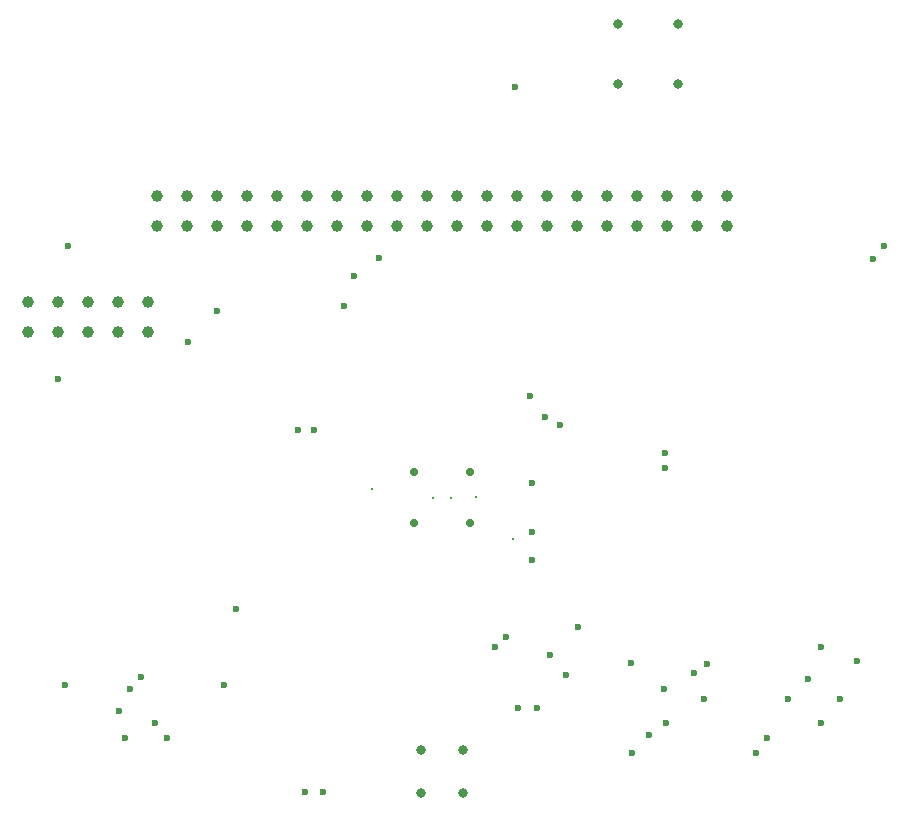
<source format=gbr>
%TF.GenerationSoftware,KiCad,Pcbnew,9.0.2*%
%TF.CreationDate,2025-09-25T15:39:40-05:00*%
%TF.ProjectId,dreamV1_0,64726561-6d56-4315-9f30-2e6b69636164,1*%
%TF.SameCoordinates,Original*%
%TF.FileFunction,Plated,1,2,PTH,Drill*%
%TF.FilePolarity,Positive*%
%FSLAX46Y46*%
G04 Gerber Fmt 4.6, Leading zero omitted, Abs format (unit mm)*
G04 Created by KiCad (PCBNEW 9.0.2) date 2025-09-25 15:39:40*
%MOMM*%
%LPD*%
G01*
G04 APERTURE LIST*
%TA.AperFunction,ViaDrill*%
%ADD10C,0.300000*%
%TD*%
%TA.AperFunction,ViaDrill*%
%ADD11C,0.600000*%
%TD*%
%TA.AperFunction,ComponentDrill*%
%ADD12C,0.700000*%
%TD*%
%TA.AperFunction,ComponentDrill*%
%ADD13C,0.800000*%
%TD*%
%TA.AperFunction,ComponentDrill*%
%ADD14C,1.000000*%
%TD*%
G04 APERTURE END LIST*
D10*
X84048800Y-99288800D03*
X89281200Y-100000000D03*
X90754400Y-100000000D03*
X92886976Y-99995002D03*
X96037600Y-103505200D03*
D11*
X57460000Y-89962000D03*
X58090000Y-115875000D03*
X58344000Y-78664000D03*
X62662000Y-118046000D03*
X63170000Y-120320000D03*
X63586008Y-116250000D03*
X64541600Y-115189200D03*
X65710000Y-119050000D03*
X66726000Y-120320000D03*
X68504000Y-86792000D03*
X70980000Y-84188000D03*
X71552000Y-115875000D03*
X72568000Y-109398000D03*
X77851200Y-94285000D03*
X78425000Y-124892000D03*
X79172000Y-94285000D03*
X79934000Y-124892000D03*
X81712000Y-83744000D03*
X82524800Y-81254800D03*
X84709200Y-79680000D03*
X94500000Y-112686400D03*
X95428000Y-111799000D03*
X96190000Y-65202000D03*
X96444000Y-117780000D03*
X97460000Y-91364000D03*
X97612400Y-98780800D03*
X97612400Y-105283200D03*
X97663200Y-102946400D03*
X98018800Y-117780000D03*
X98730000Y-93154000D03*
X99111000Y-113300000D03*
X99977669Y-93881669D03*
X100508000Y-114986000D03*
X101524000Y-110922000D03*
X105994400Y-114000000D03*
X106096000Y-121590000D03*
X107518400Y-120066000D03*
X108842499Y-116173110D03*
X108890000Y-96190000D03*
X108890000Y-97460000D03*
X109000000Y-119050000D03*
X111368027Y-114850000D03*
X112204000Y-117030000D03*
X112446000Y-114071600D03*
X116560800Y-121590000D03*
X117526000Y-120320000D03*
X119304000Y-117030000D03*
X120980400Y-115341600D03*
X122100000Y-119050000D03*
X122113981Y-112688000D03*
X123726669Y-117030000D03*
X125146000Y-113850000D03*
X126466800Y-79832400D03*
X127432000Y-78664000D03*
D12*
%TO.C,J11*%
X87600000Y-97850000D03*
X87600000Y-102150000D03*
X92400000Y-97850000D03*
X92400000Y-102150000D03*
D13*
%TO.C,IC1*%
X88200000Y-121400000D03*
X88200000Y-125000000D03*
X91800000Y-121400000D03*
X91800000Y-125000000D03*
%TO.C,S1*%
X104920000Y-59920000D03*
X104920000Y-65000000D03*
X110000000Y-59920000D03*
X110000000Y-65000000D03*
D14*
%TO.C,J5*%
X54920000Y-83480000D03*
X54920000Y-86020000D03*
X57460000Y-83480000D03*
X57460000Y-86020000D03*
X60000000Y-83480000D03*
X60000000Y-86020000D03*
X62540000Y-83480000D03*
X62540000Y-86020000D03*
X65080000Y-83480000D03*
X65080000Y-86020000D03*
%TO.C,J1*%
X65900000Y-74460000D03*
X65900000Y-77000000D03*
X68440000Y-74460000D03*
X68440000Y-77000000D03*
X70980000Y-74460000D03*
X70980000Y-77000000D03*
X73520000Y-74460000D03*
X73520000Y-77000000D03*
X76060000Y-74460000D03*
X76060000Y-77000000D03*
X78600000Y-74460000D03*
X78600000Y-77000000D03*
X81140000Y-74460000D03*
X81140000Y-77000000D03*
X83680000Y-74460000D03*
X83680000Y-77000000D03*
X86220000Y-74460000D03*
X86220000Y-77000000D03*
X88760000Y-74460000D03*
X88760000Y-77000000D03*
X91300000Y-74460000D03*
X91300000Y-77000000D03*
X93840000Y-74460000D03*
X93840000Y-77000000D03*
X96380000Y-74460000D03*
X96380000Y-77000000D03*
X98920000Y-74460000D03*
X98920000Y-77000000D03*
X101460000Y-74460000D03*
X101460000Y-77000000D03*
X104000000Y-74460000D03*
X104000000Y-77000000D03*
X106540000Y-74460000D03*
X106540000Y-77000000D03*
X109080000Y-74460000D03*
X109080000Y-77000000D03*
X111620000Y-74460000D03*
X111620000Y-77000000D03*
X114160000Y-74460000D03*
X114160000Y-77000000D03*
M02*

</source>
